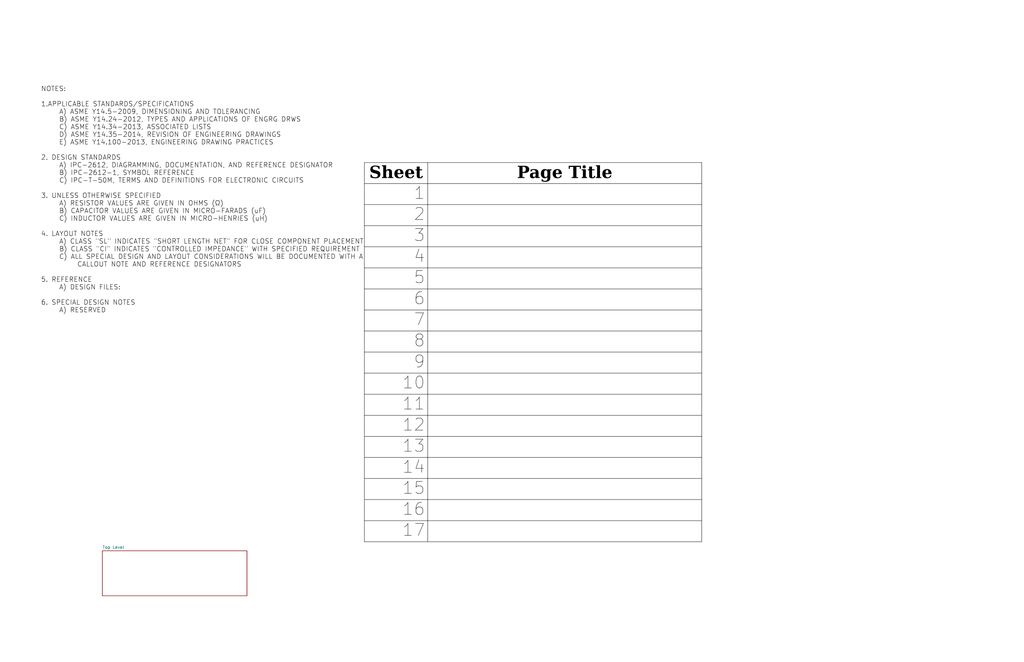
<source format=kicad_sch>
(kicad_sch
	(version 20250114)
	(generator "eeschema")
	(generator_version "9.0")
	(uuid "63cd8341-a963-4619-a56b-132e5aee0a49")
	(paper "B")
	(lib_symbols)
	(text "NOTES:\n\n1.APPLICABLE STANDARDS/SPECIFICATIONS\n     A) ASME Y14.5-2009, DIMENSIONING AND TOLERANCING  \n     B) ASME Y14.24-2012, TYPES AND APPLICATIONS OF ENGRG DRWS\n     C) ASME Y14.34-2013, ASSOCIATED LISTS\n     D) ASME Y14.35-2014, REVISION OF ENGINEERING DRAWINGS\n     E) ASME Y14.100-2013, ENGINEERING DRAWING PRACTICES\n\n2. DESIGN STANDARDS\n     A) IPC-2612, DIAGRAMMING, DOCUMENTATION, AND REFERENCE DESIGNATOR\n     B) IPC-2612-1, SYMBOL REFERENCE\n     C) IPC-T-50M, TERMS AND DEFINITIONS FOR ELECTRONIC CIRCUITS\n\n3. UNLESS OTHERWISE SPECIFIED\n     A) RESISTOR VALUES ARE GIVEN IN OHMS (Ω)\n     B) CAPACITOR VALUES ARE GIVEN IN MICRO-FARADS (uF)\n     C) INDUCTOR VALUES ARE GIVEN IN MICRO-HENRIES (uH)\n\n4. LAYOUT NOTES\n     A) CLASS \"SL\" INDICATES \"SHORT LENGTH NET\" FOR CLOSE COMPONENT PLACEMENT\n     B) CLASS \"CI\" INDICATES \"CONTROLLED IMPEDANCE\" WITH SPECIFIED REQUIREMENT\n     C) ALL SPECIAL DESIGN AND LAYOUT CONSIDERATIONS WILL BE DOCUMENTED WITH A \n          CALLOUT NOTE AND REFERENCE DESIGNATORS \n     \n5. REFERENCE \n     A) DESIGN FILES:\n\n6. SPECIAL DESIGN NOTES\n     A) RESERVED\n"
		(exclude_from_sim no)
		(at 17.272 84.328 0)
		(effects
			(font
				(size 2 2)
				(color 0 0 0 1)
			)
			(justify left)
		)
		(uuid "9f0956e5-455e-42a9-aabb-785ce3d08a49")
	)
	(table
		(column_count 2)
		(border
			(external yes)
			(header yes)
			(stroke
				(width 0.635)
				(type solid)
				(color 0 0 0 1)
			)
		)
		(separators
			(rows yes)
			(cols yes)
			(stroke
				(width 0.635)
				(type solid)
				(color 0 0 0 1)
			)
		)
		(column_widths 26.67 115.57)
		(row_heights 8.89 8.89 8.89 8.89 8.89 8.89 8.89 8.89 8.89 8.89 8.89 8.89
			8.89 8.89 8.89 8.89 8.89 8.89
		)
		(cells
			(table_cell "Sheet"
				(exclude_from_sim no)
				(at 153.67 68.58 0)
				(size 26.67 8.89)
				(margins 0.9525 0.9525 0.9525 0.9525)
				(span 1 1)
				(fill
					(type none)
				)
				(effects
					(font
						(face "Times New Roman")
						(size 5.08 5.08)
						(bold yes)
						(color 0 0 0 1)
					)
				)
				(uuid "9cff085e-0dd4-446b-9564-48dfc8dc49ca")
			)
			(table_cell "Page Title"
				(exclude_from_sim no)
				(at 180.34 68.58 0)
				(size 115.57 8.89)
				(margins 0.9525 0.9525 0.9525 0.9525)
				(span 1 1)
				(fill
					(type none)
				)
				(effects
					(font
						(face "Times New Roman")
						(size 5.08 5.08)
						(thickness 1.016)
						(bold yes)
						(color 0 0 0 1)
					)
				)
				(uuid "6ac4678f-ad31-40db-bccb-6cd2b4406501")
			)
			(table_cell "1"
				(exclude_from_sim no)
				(at 153.67 77.47 0)
				(size 26.67 8.89)
				(margins 0.9525 0.9525 0.9525 0.9525)
				(span 1 1)
				(fill
					(type none)
				)
				(effects
					(font
						(size 5.08 5.08)
						(color 0 0 0 1)
					)
					(justify right top)
				)
				(uuid "bc705553-59f4-49e5-b593-2ffcbdaa8e1f")
			)
			(table_cell ""
				(exclude_from_sim no)
				(at 180.34 77.47 0)
				(size 115.57 8.89)
				(margins 0.9525 0.9525 0.9525 0.9525)
				(span 1 1)
				(fill
					(type none)
				)
				(effects
					(font
						(size 1.27 1.27)
					)
					(justify left top)
				)
				(uuid "66eeb064-24c6-4629-bdd8-4214ca01e53a")
			)
			(table_cell "2"
				(exclude_from_sim no)
				(at 153.67 86.36 0)
				(size 26.67 8.89)
				(margins 0.9525 0.9525 0.9525 0.9525)
				(span 1 1)
				(fill
					(type none)
				)
				(effects
					(font
						(size 5.08 5.08)
						(color 0 0 0 1)
					)
					(justify right top)
				)
				(uuid "fd878732-87ba-4671-8b50-5cf8786b4ccc")
			)
			(table_cell ""
				(exclude_from_sim no)
				(at 180.34 86.36 0)
				(size 115.57 8.89)
				(margins 0.9525 0.9525 0.9525 0.9525)
				(span 1 1)
				(fill
					(type none)
				)
				(effects
					(font
						(size 1.27 1.27)
					)
					(justify left top)
				)
				(uuid "04143eb5-1560-4a2a-b57c-c62d122e897f")
			)
			(table_cell "3"
				(exclude_from_sim no)
				(at 153.67 95.25 0)
				(size 26.67 8.89)
				(margins 0.9525 0.9525 0.9525 0.9525)
				(span 1 1)
				(fill
					(type none)
				)
				(effects
					(font
						(size 5.08 5.08)
						(color 0 0 0 1)
					)
					(justify right top)
				)
				(uuid "9c7ae541-b76b-4e6f-8d5e-2618135c5f2f")
			)
			(table_cell ""
				(exclude_from_sim no)
				(at 180.34 95.25 0)
				(size 115.57 8.89)
				(margins 0.9525 0.9525 0.9525 0.9525)
				(span 1 1)
				(fill
					(type none)
				)
				(effects
					(font
						(size 1.27 1.27)
					)
					(justify left top)
				)
				(uuid "a5334f1d-d9e0-4feb-9441-6ade0260f815")
			)
			(table_cell "4"
				(exclude_from_sim no)
				(at 153.67 104.14 0)
				(size 26.67 8.89)
				(margins 0.9525 0.9525 0.9525 0.9525)
				(span 1 1)
				(fill
					(type none)
				)
				(effects
					(font
						(size 5.08 5.08)
						(color 0 0 0 1)
					)
					(justify right top)
				)
				(uuid "ea14257a-7687-44af-bb6c-e481a6666078")
			)
			(table_cell ""
				(exclude_from_sim no)
				(at 180.34 104.14 0)
				(size 115.57 8.89)
				(margins 0.9525 0.9525 0.9525 0.9525)
				(span 1 1)
				(fill
					(type none)
				)
				(effects
					(font
						(size 1.27 1.27)
					)
					(justify left top)
				)
				(uuid "1edc32f4-cc59-49a7-a3e7-2fa47242907a")
			)
			(table_cell "5"
				(exclude_from_sim no)
				(at 153.67 113.03 0)
				(size 26.67 8.89)
				(margins 0.9525 0.9525 0.9525 0.9525)
				(span 1 1)
				(fill
					(type none)
				)
				(effects
					(font
						(size 5.08 5.08)
						(color 0 0 0 1)
					)
					(justify right top)
				)
				(uuid "cb537ba8-e132-47ba-8eca-c7199e4959e2")
			)
			(table_cell ""
				(exclude_from_sim no)
				(at 180.34 113.03 0)
				(size 115.57 8.89)
				(margins 0.9525 0.9525 0.9525 0.9525)
				(span 1 1)
				(fill
					(type none)
				)
				(effects
					(font
						(size 1.27 1.27)
					)
					(justify left top)
				)
				(uuid "c1fd2252-0be4-4f9e-bfbd-bdf76984d1a5")
			)
			(table_cell "6"
				(exclude_from_sim no)
				(at 153.67 121.92 0)
				(size 26.67 8.89)
				(margins 0.9525 0.9525 0.9525 0.9525)
				(span 1 1)
				(fill
					(type none)
				)
				(effects
					(font
						(size 5.08 5.08)
						(color 0 0 0 1)
					)
					(justify right top)
				)
				(uuid "74aca770-bf5c-424c-a52a-b695ed176a59")
			)
			(table_cell ""
				(exclude_from_sim no)
				(at 180.34 121.92 0)
				(size 115.57 8.89)
				(margins 0.9525 0.9525 0.9525 0.9525)
				(span 1 1)
				(fill
					(type none)
				)
				(effects
					(font
						(size 1.27 1.27)
					)
					(justify left top)
				)
				(uuid "7917fde3-9296-4f3f-9e07-f33e065ed91d")
			)
			(table_cell "7"
				(exclude_from_sim no)
				(at 153.67 130.81 0)
				(size 26.67 8.89)
				(margins 0.9525 0.9525 0.9525 0.9525)
				(span 1 1)
				(fill
					(type none)
				)
				(effects
					(font
						(size 5.08 5.08)
						(color 0 0 0 1)
					)
					(justify right top)
				)
				(uuid "e222d007-09f6-4ae4-99a6-5149cf6b8443")
			)
			(table_cell ""
				(exclude_from_sim no)
				(at 180.34 130.81 0)
				(size 115.57 8.89)
				(margins 0.9525 0.9525 0.9525 0.9525)
				(span 1 1)
				(fill
					(type none)
				)
				(effects
					(font
						(size 1.27 1.27)
					)
					(justify left top)
				)
				(uuid "7431e5db-e91e-4ade-a341-906079bc1c3b")
			)
			(table_cell "8"
				(exclude_from_sim no)
				(at 153.67 139.7 0)
				(size 26.67 8.89)
				(margins 0.9525 0.9525 0.9525 0.9525)
				(span 1 1)
				(fill
					(type none)
				)
				(effects
					(font
						(size 5.08 5.08)
						(color 0 0 0 1)
					)
					(justify right top)
				)
				(uuid "bf24896a-a0cd-48d0-a629-bcf877af0272")
			)
			(table_cell ""
				(exclude_from_sim no)
				(at 180.34 139.7 0)
				(size 115.57 8.89)
				(margins 0.9525 0.9525 0.9525 0.9525)
				(span 1 1)
				(fill
					(type none)
				)
				(effects
					(font
						(size 1.27 1.27)
					)
					(justify left top)
				)
				(uuid "aa82ea5b-f1f6-49f0-9e86-5b5070727926")
			)
			(table_cell "9"
				(exclude_from_sim no)
				(at 153.67 148.59 0)
				(size 26.67 8.89)
				(margins 0.9525 0.9525 0.9525 0.9525)
				(span 1 1)
				(fill
					(type none)
				)
				(effects
					(font
						(size 5.08 5.08)
						(color 0 0 0 1)
					)
					(justify right top)
				)
				(uuid "d071b445-f731-49c7-bd16-14bed38064ee")
			)
			(table_cell ""
				(exclude_from_sim no)
				(at 180.34 148.59 0)
				(size 115.57 8.89)
				(margins 0.9525 0.9525 0.9525 0.9525)
				(span 1 1)
				(fill
					(type none)
				)
				(effects
					(font
						(size 1.27 1.27)
					)
					(justify left top)
				)
				(uuid "7bb304fc-eff5-45a3-b0c2-1c766ab7c8e0")
			)
			(table_cell "10"
				(exclude_from_sim no)
				(at 153.67 157.48 0)
				(size 26.67 8.89)
				(margins 0.9525 0.9525 0.9525 0.9525)
				(span 1 1)
				(fill
					(type none)
				)
				(effects
					(font
						(size 5.08 5.08)
						(color 0 0 0 1)
					)
					(justify right top)
				)
				(uuid "ad1aa161-9322-4a36-a3c6-5245625f7df4")
			)
			(table_cell ""
				(exclude_from_sim no)
				(at 180.34 157.48 0)
				(size 115.57 8.89)
				(margins 0.9525 0.9525 0.9525 0.9525)
				(span 1 1)
				(fill
					(type none)
				)
				(effects
					(font
						(size 1.27 1.27)
					)
					(justify left top)
				)
				(uuid "59d58aae-4118-4643-aa7d-738eb1899664")
			)
			(table_cell "11"
				(exclude_from_sim no)
				(at 153.67 166.37 0)
				(size 26.67 8.89)
				(margins 0.9525 0.9525 0.9525 0.9525)
				(span 1 1)
				(fill
					(type none)
				)
				(effects
					(font
						(size 5.08 5.08)
						(color 0 0 0 1)
					)
					(justify right top)
				)
				(uuid "064083b7-79c6-4634-941e-6ea9cd62b413")
			)
			(table_cell ""
				(exclude_from_sim no)
				(at 180.34 166.37 0)
				(size 115.57 8.89)
				(margins 0.9525 0.9525 0.9525 0.9525)
				(span 1 1)
				(fill
					(type none)
				)
				(effects
					(font
						(size 1.27 1.27)
					)
					(justify left top)
				)
				(uuid "7419fafb-f49f-4319-a381-2ec38a45d2ed")
			)
			(table_cell "12"
				(exclude_from_sim no)
				(at 153.67 175.26 0)
				(size 26.67 8.89)
				(margins 0.9525 0.9525 0.9525 0.9525)
				(span 1 1)
				(fill
					(type none)
				)
				(effects
					(font
						(size 5.08 5.08)
						(color 0 0 0 1)
					)
					(justify right top)
				)
				(uuid "5ca68a80-baee-47a8-be9e-23f9f195219c")
			)
			(table_cell ""
				(exclude_from_sim no)
				(at 180.34 175.26 0)
				(size 115.57 8.89)
				(margins 0.9525 0.9525 0.9525 0.9525)
				(span 1 1)
				(fill
					(type none)
				)
				(effects
					(font
						(size 1.27 1.27)
					)
					(justify left top)
				)
				(uuid "a82d161a-4749-41d1-aa20-49485630a9cd")
			)
			(table_cell "13"
				(exclude_from_sim no)
				(at 153.67 184.15 0)
				(size 26.67 8.89)
				(margins 0.9525 0.9525 0.9525 0.9525)
				(span 1 1)
				(fill
					(type none)
				)
				(effects
					(font
						(size 5.08 5.08)
						(color 0 0 0 1)
					)
					(justify right top)
				)
				(uuid "ab6aee91-cacb-4e55-8c2d-a4fc92d040fd")
			)
			(table_cell ""
				(exclude_from_sim no)
				(at 180.34 184.15 0)
				(size 115.57 8.89)
				(margins 0.9525 0.9525 0.9525 0.9525)
				(span 1 1)
				(fill
					(type none)
				)
				(effects
					(font
						(size 1.27 1.27)
					)
					(justify left top)
				)
				(uuid "a7a32cd7-72c6-4acd-99e3-2b978bbe3fc3")
			)
			(table_cell "14"
				(exclude_from_sim no)
				(at 153.67 193.04 0)
				(size 26.67 8.89)
				(margins 0.9525 0.9525 0.9525 0.9525)
				(span 1 1)
				(fill
					(type none)
				)
				(effects
					(font
						(size 5.08 5.08)
						(color 0 0 0 1)
					)
					(justify right top)
				)
				(uuid "a2d11971-bc92-4d90-8f89-3bc60909fad8")
			)
			(table_cell ""
				(exclude_from_sim no)
				(at 180.34 193.04 0)
				(size 115.57 8.89)
				(margins 0.9525 0.9525 0.9525 0.9525)
				(span 1 1)
				(fill
					(type none)
				)
				(effects
					(font
						(size 1.27 1.27)
					)
					(justify left top)
				)
				(uuid "ebb6d559-cb7b-488f-a6df-8147b8b7798f")
			)
			(table_cell "15"
				(exclude_from_sim no)
				(at 153.67 201.93 0)
				(size 26.67 8.89)
				(margins 0.9525 0.9525 0.9525 0.9525)
				(span 1 1)
				(fill
					(type none)
				)
				(effects
					(font
						(size 5.08 5.08)
						(color 0 0 0 1)
					)
					(justify right top)
				)
				(uuid "b5cba68d-6f3a-42fb-9969-a6abe6cba411")
			)
			(table_cell ""
				(exclude_from_sim no)
				(at 180.34 201.93 0)
				(size 115.57 8.89)
				(margins 0.9525 0.9525 0.9525 0.9525)
				(span 1 1)
				(fill
					(type none)
				)
				(effects
					(font
						(size 1.27 1.27)
					)
					(justify left top)
				)
				(uuid "b0705667-852e-4f2c-9020-31bb3d711323")
			)
			(table_cell "16"
				(exclude_from_sim no)
				(at 153.67 210.82 0)
				(size 26.67 8.89)
				(margins 0.9525 0.9525 0.9525 0.9525)
				(span 1 1)
				(fill
					(type none)
				)
				(effects
					(font
						(size 5.08 5.08)
						(color 0 0 0 1)
					)
					(justify right top)
				)
				(uuid "ee49e105-26a5-4d45-9391-c71be18e936f")
			)
			(table_cell ""
				(exclude_from_sim no)
				(at 180.34 210.82 0)
				(size 115.57 8.89)
				(margins 0.9525 0.9525 0.9525 0.9525)
				(span 1 1)
				(fill
					(type none)
				)
				(effects
					(font
						(size 1.27 1.27)
					)
					(justify left top)
				)
				(uuid "1425aaa9-0103-4941-8283-f1fccc4fa890")
			)
			(table_cell "17"
				(exclude_from_sim no)
				(at 153.67 219.71 0)
				(size 26.67 8.89)
				(margins 0.9525 0.9525 0.9525 0.9525)
				(span 1 1)
				(fill
					(type none)
				)
				(effects
					(font
						(size 5.08 5.08)
						(color 0 0 0 1)
					)
					(justify right top)
				)
				(uuid "62d008d7-eed2-4b23-9de3-870ce1a7d4cd")
			)
			(table_cell ""
				(exclude_from_sim no)
				(at 180.34 219.71 0)
				(size 115.57 8.89)
				(margins 0.9525 0.9525 0.9525 0.9525)
				(span 1 1)
				(fill
					(type none)
				)
				(effects
					(font
						(size 1.27 1.27)
					)
					(justify left top)
				)
				(uuid "b25ce39e-b101-4587-ab4b-08dd207464fc")
			)
		)
	)
	(sheet
		(at 43.18 232.41)
		(size 60.96 19.05)
		(exclude_from_sim no)
		(in_bom yes)
		(on_board yes)
		(dnp no)
		(fields_autoplaced yes)
		(stroke
			(width 0.1524)
			(type solid)
		)
		(fill
			(color 0 0 0 0.0000)
		)
		(uuid "68a77907-8702-461a-bcde-6f87065930fb")
		(property "Sheetname" "Top Level"
			(at 43.18 231.6984 0)
			(effects
				(font
					(size 1.27 1.27)
				)
				(justify left bottom)
			)
		)
		(property "Sheetfile" "root/top_level.kicad_sch"
			(at 43.18 252.0446 0)
			(effects
				(font
					(size 1.27 1.27)
				)
				(justify left top)
				(hide yes)
			)
		)
		(instances
			(project "base_template"
				(path "/63cd8341-a963-4619-a56b-132e5aee0a49"
					(page "2")
				)
			)
		)
	)
	(sheet_instances
		(path "/"
			(page "1")
		)
	)
	(embedded_fonts no)
)

</source>
